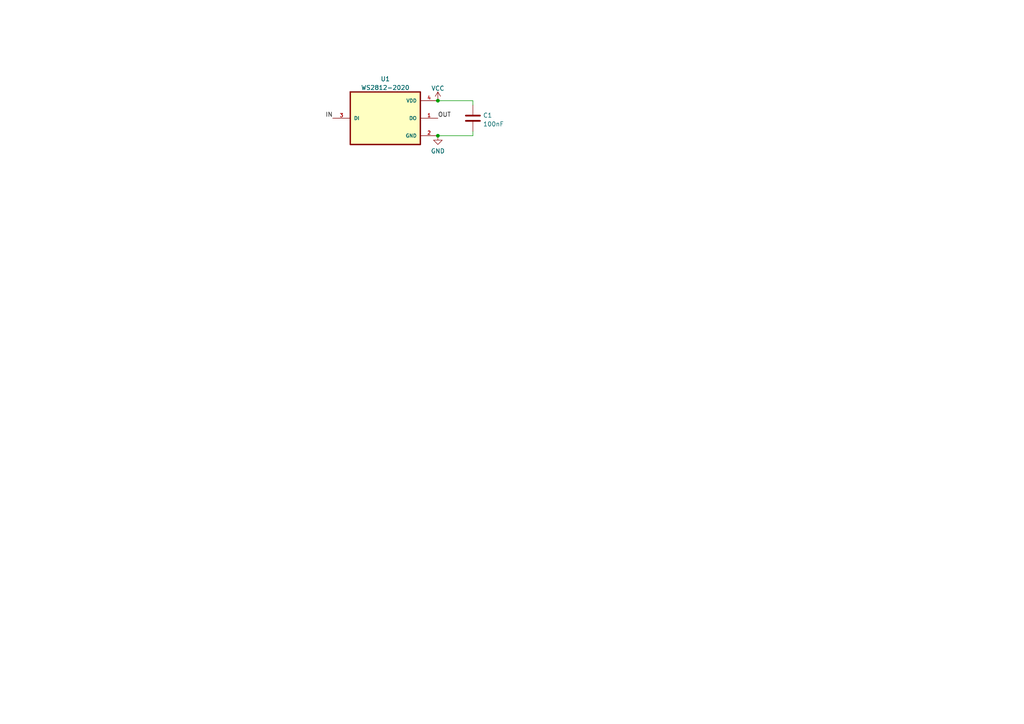
<source format=kicad_sch>
(kicad_sch (version 20211123) (generator eeschema)
  (paper "A4")
  (lib_symbols
    (symbol "Device:C" (pin_numbers hide) (pin_names (offset 0.254))
      (property "Reference" "C" (at 0.635 2.54 0))
      (property "Value" "C" (at 0.635 -2.54 0))
      (symbol "C_0_1"
        (polyline (pts (xy -2.032 -0.762) (xy 2.032 -0.762)) (stroke (width 0.508)))
        (polyline (pts (xy -2.032 0.762) (xy 2.032 0.762)) (stroke (width 0.508)))
      )
      (symbol "C_1_1"
        (pin passive line (at 0 3.81 270) (length 2.794) (name "~") (number "1"))
        (pin passive line (at 0 -3.81 90) (length 2.794) (name "~") (number "2"))
      )
    )
    (symbol "Homebrew:WS2812-2020" (pin_names (offset 1.016))
      (property "Reference" "U" (at -10.1854 7.6454 0))
      (property "Value" "WS2812-2020" (at -10.1854 -10.1854 0))
      (symbol "WS2812-2020_0_0"
        (rectangle (start -10.16 -7.62) (end 10.16 7.62) (stroke (width 0.4064)) (fill (type background)))
        (pin output line (at 15.24 0 180) (length 5.08) (name "DO") (number "1"))
        (pin power_in line (at 15.24 -5.08 180) (length 5.08) (name "GND") (number "2"))
        (pin input line (at -15.24 0 0) (length 5.08) (name "DI") (number "3"))
        (pin power_in line (at 15.24 5.08 180) (length 5.08) (name "VDD") (number "4"))
      )
    )
    (symbol "power:GND" (power) (pin_names (offset 0))
      (property "Value" "GND" (at 0 -3.81 0))
      (symbol "GND_0_1"
        (polyline (pts (xy 0 0) (xy 0 -1.27) (xy 1.27 -1.27) (xy 0 -2.54) (xy -1.27 -1.27) (xy 0 -1.27)))
      )
      (symbol "GND_1_1"
        (pin power_in line (at 0 0 270) (length 0) hide (name "GND") (number "1"))
      )
    )
    (symbol "power:VCC" (power) (pin_names (offset 0))
      (property "Value" "VCC" (at 0 3.81 0))
      (symbol "VCC_0_1"
        (polyline (pts (xy -0.762 1.27) (xy 0 2.54)))
        (polyline (pts (xy 0 0) (xy 0 2.54)))
        (polyline (pts (xy 0 2.54) (xy 0.762 1.27)))
      )
      (symbol "VCC_1_1"
        (pin power_in line (at 0 0 90) (length 0) hide (name "VCC") (number "1"))
      )
    )
  )
  (junction (at 127 29.21))
  (junction (at 127 39.37))
  (wire (pts (xy 127 39.37) (xy 137.16 39.37)))
  (wire (pts (xy 127 29.21) (xy 137.16 29.21)))
  (wire (pts (xy 137.16 39.37) (xy 137.16 38.1)))
  (wire (pts (xy 137.16 30.48) (xy 137.16 29.21)))
  (label "IN" (at 96.52 34.29 180))
  (label "OUT" (at 127 34.29 0))
  (symbol (lib_id "Device:C") (at 137.16 34.29 0) (unit 1)
    (property "Reference" "C1" (at 140.081 33.4553 0) (effects (justify left)))
    (property "Value" "100nF" (at 140.081 35.9922 0) (effects (justify left)))
    (property "Footprint" "Capacitor_SMD:C_0402_1005Metric" (effects hide))
  )
  (symbol (lib_id "power:GND") (at 127 39.37 0) (unit 1)
    (property "Reference" "#PWR0101" (effects hide))
    (property "Value" "GND" (at 127 43.8134 0))
  )
  (symbol (lib_id "Homebrew:WS2812-2020") (at 111.76 34.29 0) (unit 1)
    (property "Reference" "U1" (at 111.76 22.894 0))
    (property "Value" "WS2812-2020" (at 111.76 25.4309 0))
    (property "Footprint" "LED_WS2812-2020" (effects hide))
    (property "STANDARD" "Manufacturer Recommendations" (effects hide))
    (property "MANUFACTURER" "Worldsemi" (effects hide))
  )
  (symbol (lib_id "power:VCC") (at 127 29.21 0) (unit 1)
    (property "Reference" "#PWR0104" (effects hide))
    (property "Value" "VCC" (at 127 25.6342 0))
  )
)
</source>
